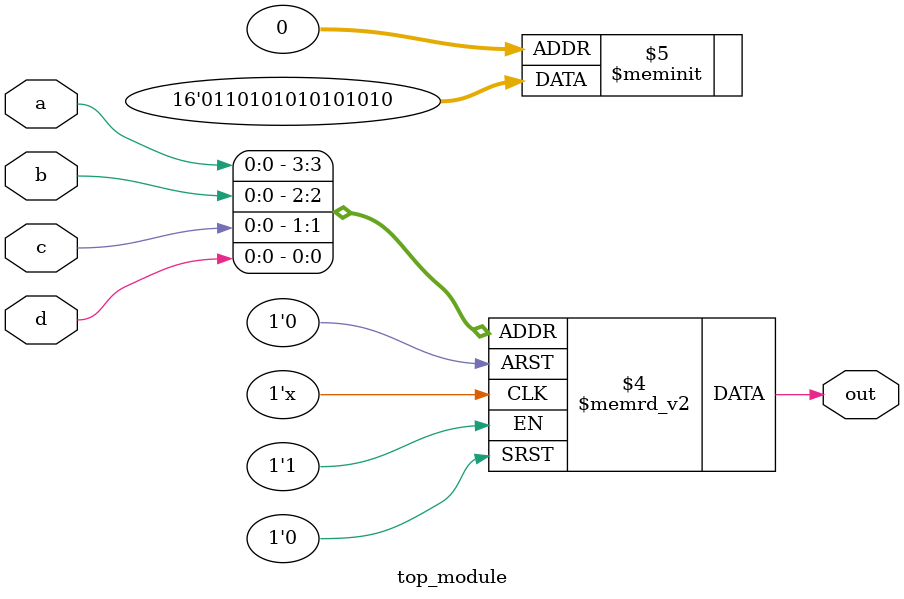
<source format=sv>
module top_module (
  input a, 
  input b,
  input c,
  input d,
  output reg out
);

  always @(*) begin
    case({a,b,c,d})
      4'b0000: out = 1'b0;
      4'b0001: out = 1'b1;
      4'b0010: out = 1'b0;
      4'b0011: out = 1'b1;
      4'b0100: out = 1'b0;
      4'b0101: out = 1'b1;
      4'b0110: out = 1'b0;
      4'b0111: out = 1'b1;
      4'b1000: out = 1'b0;
      4'b1001: out = 1'b1;
      4'b1010: out = 1'b0;
      4'b1011: out = 1'b1;
      4'b1100: out = 1'b0;
      4'b1101: out = 1'b1;
      4'b1110: out = 1'b1;
      4'b1111: out = 1'b0;
      default: out = 1'b0;
    endcase
  end

endmodule

</source>
